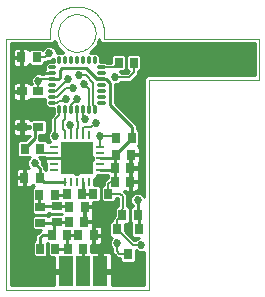
<source format=gtl>
G75*
%MOIN*%
%OFA0B0*%
%FSLAX24Y24*%
%IPPOS*%
%LPD*%
%AMOC8*
5,1,8,0,0,1.08239X$1,22.5*
%
%ADD10C,0.0000*%
%ADD11R,0.1063X0.1063*%
%ADD12R,0.0276X0.0098*%
%ADD13R,0.0098X0.0276*%
%ADD14R,0.0276X0.0354*%
%ADD15R,0.0354X0.0276*%
%ADD16R,0.0343X0.0307*%
%ADD17R,0.0500X0.1000*%
%ADD18R,0.0315X0.0354*%
%ADD19C,0.0118*%
%ADD20C,0.0100*%
%ADD21C,0.0160*%
%ADD22C,0.0270*%
%ADD23C,0.0080*%
D10*
X007150Y007500D02*
X007150Y015875D01*
X008619Y015875D01*
X008619Y016168D01*
X008619Y016169D02*
X008622Y016222D01*
X008629Y016275D01*
X008639Y016328D01*
X008652Y016380D01*
X008670Y016431D01*
X008690Y016480D01*
X008714Y016528D01*
X008742Y016574D01*
X008772Y016618D01*
X008805Y016660D01*
X008841Y016700D01*
X008880Y016737D01*
X008921Y016772D01*
X008964Y016803D01*
X009010Y016832D01*
X009057Y016857D01*
X009106Y016879D01*
X009156Y016898D01*
X009207Y016913D01*
X009260Y016925D01*
X009313Y016933D01*
X009366Y016937D01*
X009420Y016938D01*
X009419Y016938D02*
X009556Y016938D01*
X009555Y016938D02*
X009612Y016937D01*
X009668Y016932D01*
X009724Y016924D01*
X009780Y016911D01*
X009834Y016895D01*
X009887Y016875D01*
X009938Y016852D01*
X009988Y016825D01*
X010036Y016795D01*
X010082Y016762D01*
X010125Y016725D01*
X010166Y016686D01*
X010204Y016644D01*
X010239Y016600D01*
X010271Y016553D01*
X010300Y016504D01*
X010325Y016454D01*
X010347Y016401D01*
X010365Y016348D01*
X010379Y016293D01*
X010390Y016237D01*
X010397Y016181D01*
X010400Y016125D01*
X010400Y016124D02*
X010400Y015875D01*
X015584Y015875D01*
X015584Y014503D01*
X011900Y014503D01*
X011900Y014250D01*
X011898Y007500D01*
X007150Y007500D01*
X008875Y016064D02*
X008877Y016114D01*
X008883Y016163D01*
X008893Y016212D01*
X008906Y016259D01*
X008924Y016306D01*
X008945Y016351D01*
X008969Y016394D01*
X008997Y016435D01*
X009028Y016474D01*
X009062Y016510D01*
X009099Y016544D01*
X009139Y016574D01*
X009180Y016601D01*
X009224Y016625D01*
X009269Y016645D01*
X009316Y016661D01*
X009364Y016674D01*
X009413Y016683D01*
X009463Y016688D01*
X009512Y016689D01*
X009562Y016686D01*
X009611Y016679D01*
X009660Y016668D01*
X009707Y016654D01*
X009753Y016635D01*
X009798Y016613D01*
X009841Y016588D01*
X009881Y016559D01*
X009919Y016527D01*
X009955Y016493D01*
X009988Y016455D01*
X010017Y016415D01*
X010043Y016373D01*
X010066Y016329D01*
X010085Y016283D01*
X010101Y016236D01*
X010113Y016187D01*
X010121Y016138D01*
X010125Y016089D01*
X010125Y016039D01*
X010121Y015990D01*
X010113Y015941D01*
X010101Y015892D01*
X010085Y015845D01*
X010066Y015799D01*
X010043Y015755D01*
X010017Y015713D01*
X009988Y015673D01*
X009955Y015635D01*
X009919Y015601D01*
X009881Y015569D01*
X009841Y015540D01*
X009798Y015515D01*
X009753Y015493D01*
X009707Y015474D01*
X009660Y015460D01*
X009611Y015449D01*
X009562Y015442D01*
X009512Y015439D01*
X009463Y015440D01*
X009413Y015445D01*
X009364Y015454D01*
X009316Y015467D01*
X009269Y015483D01*
X009224Y015503D01*
X009180Y015527D01*
X009139Y015554D01*
X009099Y015584D01*
X009062Y015618D01*
X009028Y015654D01*
X008997Y015693D01*
X008969Y015734D01*
X008945Y015777D01*
X008924Y015822D01*
X008906Y015869D01*
X008893Y015916D01*
X008883Y015965D01*
X008877Y016014D01*
X008875Y016064D01*
D11*
X009505Y011883D03*
D12*
X008730Y011883D03*
X008730Y012080D03*
X008730Y012277D03*
X008730Y011686D03*
X008730Y011489D03*
X010281Y011489D03*
X010281Y011686D03*
X010281Y011883D03*
X010281Y012080D03*
X010281Y012277D03*
D13*
X009899Y012658D03*
X009702Y012658D03*
X009505Y012658D03*
X009308Y012658D03*
X009112Y012658D03*
X009112Y011107D03*
X009308Y011107D03*
X009505Y011107D03*
X009702Y011107D03*
X009899Y011107D03*
D14*
X010043Y010708D03*
X009686Y010703D03*
X009767Y010267D03*
X009750Y009778D03*
X009553Y009320D03*
X009176Y009339D03*
X009238Y009778D03*
X009255Y010267D03*
X009174Y010703D03*
X008758Y010675D03*
X008246Y010675D03*
X008259Y011243D03*
X007747Y011243D03*
X007765Y012202D03*
X008276Y012202D03*
X010555Y010708D03*
X010773Y011101D03*
X010776Y011563D03*
X010793Y012008D03*
X011305Y012008D03*
X011288Y011563D03*
X011285Y011101D03*
X011531Y010000D03*
X011019Y010000D03*
X010065Y009320D03*
X009722Y008870D03*
X009210Y008870D03*
X008786Y008873D03*
X008274Y008873D03*
X008664Y009339D03*
X010820Y012576D03*
X011332Y012576D03*
X011402Y015076D03*
X010890Y015076D03*
X008156Y015250D03*
X007644Y015250D03*
D15*
X008280Y010253D03*
X008823Y010282D03*
X008823Y009770D03*
X008280Y009742D03*
D16*
X008216Y012922D03*
X007681Y012922D03*
X007681Y014115D03*
X008216Y014115D03*
D17*
X009145Y008118D03*
X009716Y008123D03*
X010285Y008118D03*
D18*
X011211Y008694D03*
X010837Y009521D03*
X011585Y009521D03*
D19*
X010089Y013432D02*
X010089Y013590D01*
X009892Y013590D02*
X009892Y013432D01*
X009695Y013432D02*
X009695Y013590D01*
X009498Y013590D02*
X009498Y013432D01*
X009302Y013432D02*
X009302Y013590D01*
X009105Y013590D02*
X009105Y013432D01*
X008908Y013432D02*
X008908Y013590D01*
X008751Y013747D02*
X008593Y013747D01*
X008593Y013944D02*
X008751Y013944D01*
X008751Y014141D02*
X008593Y014141D01*
X008593Y014338D02*
X008751Y014338D01*
X008751Y014535D02*
X008593Y014535D01*
X008593Y014732D02*
X008751Y014732D01*
X008751Y014928D02*
X008593Y014928D01*
X008908Y015086D02*
X008908Y015244D01*
X009105Y015244D02*
X009105Y015086D01*
X009302Y015086D02*
X009302Y015244D01*
X009498Y015244D02*
X009498Y015086D01*
X009695Y015086D02*
X009695Y015244D01*
X009892Y015244D02*
X009892Y015086D01*
X010089Y015086D02*
X010089Y015244D01*
X010246Y014928D02*
X010404Y014928D01*
X010404Y014732D02*
X010246Y014732D01*
X010246Y014535D02*
X010404Y014535D01*
X010404Y014338D02*
X010246Y014338D01*
X010246Y014141D02*
X010404Y014141D01*
X010404Y013944D02*
X010246Y013944D01*
X010246Y013747D02*
X010404Y013747D01*
D20*
X010604Y013671D02*
X010604Y014409D01*
X010478Y014535D01*
X010325Y014535D01*
X010172Y014535D01*
X009808Y014899D01*
X009011Y014899D01*
X008950Y014838D01*
X008950Y014593D01*
X008889Y014531D01*
X008675Y014531D01*
X008672Y014535D01*
X008672Y014732D02*
X008384Y014732D01*
X008672Y014732D01*
X008672Y014732D01*
X008424Y014858D02*
X008398Y014812D01*
X008384Y014759D01*
X008384Y014732D01*
X008384Y014704D01*
X008389Y014685D01*
X008337Y014685D01*
X008264Y014715D01*
X008166Y014715D01*
X008076Y014678D01*
X008007Y014609D01*
X007970Y014519D01*
X007970Y014421D01*
X007991Y014371D01*
X007975Y014355D01*
X007972Y014361D01*
X007944Y014389D01*
X007910Y014408D01*
X007872Y014419D01*
X007707Y014419D01*
X007707Y014142D01*
X007654Y014142D01*
X007654Y014419D01*
X007490Y014419D01*
X007451Y014408D01*
X007417Y014389D01*
X007389Y014361D01*
X007369Y014327D01*
X007359Y014288D01*
X007359Y014142D01*
X007654Y014142D01*
X007654Y014088D01*
X007707Y014088D01*
X007707Y013812D01*
X007872Y013812D01*
X007910Y013822D01*
X007944Y013842D01*
X007972Y013870D01*
X007975Y013875D01*
X007999Y013852D01*
X008433Y013852D01*
X008440Y013858D01*
X008452Y013846D01*
X008424Y013817D01*
X008424Y013677D01*
X008523Y013578D01*
X008739Y013578D01*
X008739Y013368D01*
X008704Y013334D01*
X008616Y013246D01*
X008616Y012813D01*
X008567Y012764D01*
X008530Y012674D01*
X008530Y012576D01*
X008567Y012486D01*
X008618Y012436D01*
X008546Y012436D01*
X008524Y012414D01*
X008524Y012425D01*
X008536Y012425D01*
X008524Y012425D02*
X008460Y012489D01*
X008237Y012489D01*
X008252Y012505D01*
X008252Y012659D01*
X008433Y012659D01*
X008497Y012723D01*
X008497Y013121D01*
X008433Y013186D01*
X007999Y013186D01*
X007975Y013162D01*
X007972Y013168D01*
X007944Y013196D01*
X007910Y013216D01*
X007872Y013226D01*
X007707Y013226D01*
X007707Y012949D01*
X007654Y012949D01*
X007654Y013226D01*
X007490Y013226D01*
X007451Y013216D01*
X007417Y013196D01*
X007389Y013168D01*
X007369Y013134D01*
X007359Y013096D01*
X007359Y012949D01*
X007654Y012949D01*
X007654Y012895D01*
X007707Y012895D01*
X007707Y012619D01*
X007872Y012619D01*
X007910Y012629D01*
X007933Y012642D01*
X007933Y012638D01*
X007784Y012489D01*
X007581Y012489D01*
X007517Y012425D01*
X007300Y012425D01*
X007300Y012327D02*
X007517Y012327D01*
X007517Y012425D02*
X007517Y011979D01*
X007581Y011915D01*
X007947Y011915D01*
X007885Y011853D01*
X007848Y011762D01*
X007848Y011665D01*
X007885Y011575D01*
X007890Y011570D01*
X007766Y011570D01*
X007766Y011262D01*
X007729Y011262D01*
X007729Y011570D01*
X007590Y011570D01*
X007552Y011560D01*
X007518Y011540D01*
X007490Y011512D01*
X007470Y011478D01*
X007460Y011440D01*
X007300Y011440D01*
X007300Y011342D02*
X007460Y011342D01*
X007460Y011262D02*
X007729Y011262D01*
X007729Y011224D01*
X007766Y011224D01*
X007766Y010915D01*
X007905Y010915D01*
X007943Y010926D01*
X007977Y010945D01*
X008005Y010973D01*
X008025Y011007D01*
X008069Y010962D01*
X008063Y010962D01*
X007999Y010897D01*
X007999Y010452D01*
X008003Y010447D01*
X007993Y010437D01*
X007993Y010070D01*
X008057Y010006D01*
X008503Y010006D01*
X008566Y010069D01*
X008600Y010034D01*
X009017Y010034D01*
X009021Y010031D01*
X009008Y010018D01*
X008600Y010018D01*
X008537Y009955D01*
X008503Y009989D01*
X008057Y009989D01*
X007993Y009925D01*
X007993Y009558D01*
X008057Y009494D01*
X008300Y009494D01*
X008214Y009407D01*
X008120Y009314D01*
X008120Y009160D01*
X008091Y009160D01*
X008026Y009095D01*
X008026Y008650D01*
X008091Y008585D01*
X008457Y008585D01*
X008522Y008650D01*
X008522Y009052D01*
X008538Y009052D01*
X008538Y008650D01*
X008603Y008585D01*
X008745Y008585D01*
X008745Y008167D01*
X009095Y008167D01*
X009095Y008068D01*
X008745Y008068D01*
X008745Y007650D01*
X007300Y007650D01*
X007300Y015725D01*
X008681Y015725D01*
X008766Y015810D01*
X008843Y015625D01*
X009055Y015412D01*
X009035Y015412D01*
X009006Y015384D01*
X008978Y015412D01*
X008838Y015412D01*
X008827Y015402D01*
X008827Y015437D01*
X008790Y015528D01*
X008721Y015596D01*
X008631Y015634D01*
X008534Y015634D01*
X008444Y015596D01*
X008375Y015528D01*
X008367Y015509D01*
X008339Y015537D01*
X007973Y015537D01*
X007921Y015486D01*
X007902Y015519D01*
X007874Y015547D01*
X007840Y015567D01*
X007802Y015577D01*
X008424Y015577D01*
X008741Y015577D02*
X008891Y015577D01*
X008822Y015676D02*
X007300Y015676D01*
X007300Y015577D02*
X007486Y015577D01*
X007487Y015577D02*
X007448Y015567D01*
X007414Y015547D01*
X007386Y015519D01*
X007367Y015485D01*
X007356Y015447D01*
X007356Y015269D01*
X007625Y015269D01*
X007625Y015231D01*
X007356Y015231D01*
X007356Y015053D01*
X007367Y015015D01*
X007386Y014981D01*
X007414Y014953D01*
X007448Y014933D01*
X007487Y014923D01*
X007625Y014923D01*
X007625Y015231D01*
X007663Y015231D01*
X007663Y014923D01*
X007802Y014923D01*
X007840Y014933D01*
X007874Y014953D01*
X007902Y014981D01*
X007921Y015014D01*
X007973Y014963D01*
X008339Y014963D01*
X008404Y015027D01*
X008404Y015100D01*
X008506Y015100D01*
X008550Y015144D01*
X008631Y015144D01*
X008721Y015181D01*
X008739Y015199D01*
X008739Y015097D01*
X008523Y015097D01*
X008424Y014998D01*
X008424Y014858D01*
X008424Y014858D01*
X008424Y014888D02*
X007300Y014888D01*
X007300Y014986D02*
X007383Y014986D01*
X007356Y015085D02*
X007300Y015085D01*
X007300Y015183D02*
X007356Y015183D01*
X007356Y015282D02*
X007300Y015282D01*
X007300Y015380D02*
X007356Y015380D01*
X007365Y015479D02*
X007300Y015479D01*
X007487Y015577D02*
X007625Y015577D01*
X007663Y015577D01*
X007663Y015269D01*
X007625Y015269D01*
X007625Y015577D01*
X007663Y015577D02*
X007802Y015577D01*
X007663Y015479D02*
X007625Y015479D01*
X007625Y015380D02*
X007663Y015380D01*
X007663Y015282D02*
X007625Y015282D01*
X007625Y015183D02*
X007663Y015183D01*
X007663Y015085D02*
X007625Y015085D01*
X007625Y014986D02*
X007663Y014986D01*
X007905Y014986D02*
X007949Y014986D01*
X008107Y014691D02*
X007300Y014691D01*
X007300Y014789D02*
X008392Y014789D01*
X008387Y014691D02*
X008323Y014691D01*
X008362Y014986D02*
X008424Y014986D01*
X008404Y015085D02*
X008510Y015085D01*
X008723Y015183D02*
X008739Y015183D01*
X008811Y015479D02*
X008989Y015479D01*
X008781Y015774D02*
X008730Y015774D01*
X009945Y015412D02*
X010157Y015625D01*
X010250Y015849D01*
X010250Y015813D01*
X010338Y015725D01*
X015434Y015725D01*
X015434Y014652D01*
X011838Y014652D01*
X011750Y014565D01*
X011750Y014249D01*
X011749Y010600D01*
X011733Y010639D01*
X011664Y010708D01*
X011574Y010745D01*
X011476Y010745D01*
X011386Y010708D01*
X011317Y010639D01*
X011280Y010549D01*
X011280Y010451D01*
X011317Y010361D01*
X011365Y010314D01*
X011365Y010287D01*
X011348Y010287D01*
X011283Y010223D01*
X011283Y009777D01*
X011318Y009743D01*
X011318Y009298D01*
X011382Y009234D01*
X011575Y009234D01*
X011511Y009208D01*
X011454Y009150D01*
X011421Y009150D01*
X011105Y009466D01*
X011105Y009713D01*
X011202Y009713D01*
X011267Y009777D01*
X011267Y010223D01*
X011202Y010287D01*
X011174Y010287D01*
X011174Y010318D01*
X011175Y010319D01*
X011175Y010380D01*
X011176Y010441D01*
X011175Y010442D01*
X011175Y010687D01*
X011087Y010775D01*
X011063Y010799D01*
X011090Y010784D01*
X011128Y010774D01*
X011266Y010774D01*
X011266Y011082D01*
X011304Y011082D01*
X011304Y010774D01*
X011443Y010774D01*
X011481Y010784D01*
X011515Y010804D01*
X011543Y010832D01*
X011563Y010866D01*
X011573Y010904D01*
X011573Y011082D01*
X011304Y011082D01*
X011304Y011120D01*
X011266Y011120D01*
X011266Y011236D01*
X011269Y011236D01*
X011269Y011544D01*
X011307Y011544D01*
X011307Y011582D01*
X011576Y011582D01*
X011576Y011760D01*
X011583Y011772D01*
X011593Y011811D01*
X011593Y011989D01*
X011324Y011989D01*
X011324Y012026D01*
X011593Y012026D01*
X011593Y012204D01*
X011583Y012243D01*
X011563Y012277D01*
X011535Y012305D01*
X011533Y012306D01*
X011579Y012353D01*
X011579Y012799D01*
X011515Y012863D01*
X011492Y012863D01*
X011492Y013010D01*
X010764Y013738D01*
X010764Y014348D01*
X010836Y014348D01*
X010926Y014385D01*
X010984Y014443D01*
X011305Y014443D01*
X011462Y014600D01*
X011550Y014688D01*
X011550Y014789D01*
X015434Y014789D01*
X015434Y014691D02*
X011550Y014691D01*
X011550Y014789D02*
X011586Y014789D01*
X011650Y014854D01*
X011650Y015299D01*
X011586Y015363D01*
X011219Y015363D01*
X011154Y015299D01*
X011154Y014854D01*
X011219Y014789D01*
X011227Y014789D01*
X011180Y014742D01*
X010984Y014742D01*
X010937Y014789D01*
X011074Y014789D01*
X011138Y014854D01*
X011138Y015299D01*
X011074Y015363D01*
X010707Y015363D01*
X010643Y015299D01*
X010643Y015078D01*
X010493Y015078D01*
X010474Y015097D01*
X010258Y015097D01*
X010258Y015313D01*
X010159Y015412D01*
X010019Y015412D01*
X009991Y015384D01*
X009962Y015412D01*
X009945Y015412D01*
X010011Y015479D02*
X015434Y015479D01*
X015434Y015577D02*
X010109Y015577D01*
X010178Y015676D02*
X015434Y015676D01*
X015434Y015380D02*
X010191Y015380D01*
X010258Y015282D02*
X010643Y015282D01*
X010643Y015183D02*
X010258Y015183D01*
X010487Y015085D02*
X010643Y015085D01*
X010937Y014789D02*
X011227Y014789D01*
X011154Y014888D02*
X011138Y014888D01*
X011138Y014986D02*
X011154Y014986D01*
X011154Y015085D02*
X011138Y015085D01*
X011138Y015183D02*
X011154Y015183D01*
X011154Y015282D02*
X011138Y015282D01*
X011650Y015282D02*
X015434Y015282D01*
X015434Y015183D02*
X011650Y015183D01*
X011650Y015085D02*
X015434Y015085D01*
X015434Y014986D02*
X011650Y014986D01*
X011650Y014888D02*
X015434Y014888D01*
X011777Y014592D02*
X011454Y014592D01*
X011356Y014494D02*
X011750Y014494D01*
X011750Y014395D02*
X010936Y014395D01*
X010764Y014297D02*
X011750Y014297D01*
X011750Y014198D02*
X010764Y014198D01*
X010764Y014100D02*
X011750Y014100D01*
X011750Y014001D02*
X010764Y014001D01*
X010764Y013903D02*
X011750Y013903D01*
X011750Y013804D02*
X010764Y013804D01*
X010796Y013706D02*
X011750Y013706D01*
X011750Y013607D02*
X010894Y013607D01*
X010993Y013509D02*
X011750Y013509D01*
X011750Y013410D02*
X011091Y013410D01*
X011190Y013312D02*
X011750Y013312D01*
X011750Y013213D02*
X011288Y013213D01*
X011387Y013115D02*
X011750Y013115D01*
X011750Y013016D02*
X011485Y013016D01*
X011492Y012918D02*
X011750Y012918D01*
X011750Y012819D02*
X011559Y012819D01*
X011579Y012721D02*
X011750Y012721D01*
X011750Y012622D02*
X011579Y012622D01*
X011579Y012524D02*
X011749Y012524D01*
X011749Y012425D02*
X011579Y012425D01*
X011553Y012327D02*
X011749Y012327D01*
X011749Y012228D02*
X011587Y012228D01*
X011593Y012130D02*
X011749Y012130D01*
X011749Y012031D02*
X011593Y012031D01*
X011593Y011933D02*
X011749Y011933D01*
X011749Y011834D02*
X011593Y011834D01*
X011576Y011736D02*
X011749Y011736D01*
X011749Y011637D02*
X011576Y011637D01*
X011576Y011544D02*
X011307Y011544D01*
X011307Y011428D01*
X011304Y011428D01*
X011304Y011120D01*
X011573Y011120D01*
X011573Y011298D01*
X011565Y011328D01*
X011565Y011328D01*
X011576Y011366D01*
X011576Y011544D01*
X011576Y011539D02*
X011749Y011539D01*
X011749Y011440D02*
X011576Y011440D01*
X011569Y011342D02*
X011749Y011342D01*
X011749Y011243D02*
X011573Y011243D01*
X011573Y011145D02*
X011749Y011145D01*
X011749Y011046D02*
X011573Y011046D01*
X011573Y010948D02*
X011749Y010948D01*
X011749Y010849D02*
X011553Y010849D01*
X011749Y010751D02*
X011112Y010751D01*
X011175Y010652D02*
X011331Y010652D01*
X011282Y010554D02*
X011175Y010554D01*
X011175Y010455D02*
X011280Y010455D01*
X011322Y010357D02*
X011175Y010357D01*
X011232Y010258D02*
X011318Y010258D01*
X011283Y010160D02*
X011267Y010160D01*
X011267Y010061D02*
X011283Y010061D01*
X011283Y009963D02*
X011267Y009963D01*
X011267Y009864D02*
X011283Y009864D01*
X011295Y009766D02*
X011255Y009766D01*
X011318Y009667D02*
X011105Y009667D01*
X011105Y009569D02*
X011318Y009569D01*
X011318Y009470D02*
X011105Y009470D01*
X011199Y009372D02*
X011318Y009372D01*
X011298Y009273D02*
X011343Y009273D01*
X011396Y009175D02*
X011478Y009175D01*
X011585Y009521D02*
X011585Y009946D01*
X011531Y010000D01*
X011525Y010006D01*
X011525Y010500D01*
X011719Y010652D02*
X011749Y010652D01*
X011304Y010849D02*
X011266Y010849D01*
X011266Y010948D02*
X011304Y010948D01*
X011304Y011046D02*
X011266Y011046D01*
X011266Y011145D02*
X011304Y011145D01*
X011304Y011243D02*
X011269Y011243D01*
X011269Y011342D02*
X011304Y011342D01*
X011307Y011440D02*
X011269Y011440D01*
X011269Y011539D02*
X011307Y011539D01*
X011307Y011582D02*
X011269Y011582D01*
X011269Y011680D01*
X011286Y011680D01*
X011286Y011989D01*
X011324Y011989D01*
X011324Y011890D01*
X011307Y011890D01*
X011307Y011582D01*
X011307Y011637D02*
X011269Y011637D01*
X011286Y011736D02*
X011307Y011736D01*
X011307Y011834D02*
X011286Y011834D01*
X011286Y011933D02*
X011324Y011933D01*
X010793Y012008D02*
X010793Y012038D01*
X011332Y012576D01*
X011332Y012943D01*
X010604Y013671D01*
X009555Y012411D02*
X009455Y012411D01*
X009455Y011933D01*
X009455Y011833D01*
X009018Y011833D01*
X009018Y011883D01*
X008730Y011883D01*
X008730Y011883D01*
X009018Y011883D01*
X009018Y011933D01*
X009455Y011933D01*
X009555Y011933D01*
X009555Y012411D01*
X009555Y012327D02*
X009455Y012327D01*
X009455Y012228D02*
X009555Y012228D01*
X009555Y012130D02*
X009455Y012130D01*
X009455Y012031D02*
X009555Y012031D01*
X009555Y011933D02*
X010033Y011933D01*
X010033Y011833D01*
X009555Y011833D01*
X009555Y011355D01*
X009455Y011355D01*
X009455Y011833D01*
X009555Y011833D01*
X009555Y011933D01*
X010033Y011933D01*
X010033Y011834D02*
X009555Y011834D01*
X009555Y011736D02*
X009455Y011736D01*
X009455Y011834D02*
X009018Y011834D01*
X009018Y011933D02*
X009455Y011933D01*
X009455Y011637D02*
X009555Y011637D01*
X009555Y011539D02*
X009455Y011539D01*
X009455Y011440D02*
X009555Y011440D01*
X009702Y011107D02*
X009702Y010719D01*
X009686Y010703D01*
X009691Y010708D01*
X010043Y010708D01*
X010291Y010751D02*
X010307Y010751D01*
X010307Y010849D02*
X010291Y010849D01*
X010291Y010931D02*
X010291Y010486D01*
X010226Y010421D01*
X010055Y010421D01*
X010055Y010286D01*
X009786Y010286D01*
X009786Y010249D01*
X010055Y010249D01*
X010055Y010070D01*
X010044Y010032D01*
X010029Y010006D01*
X010037Y009975D01*
X010037Y009797D01*
X009768Y009797D01*
X009731Y009797D01*
X009731Y009940D01*
X009748Y009940D01*
X009748Y010248D01*
X009786Y010248D01*
X009786Y010105D01*
X009768Y010105D01*
X009768Y009797D01*
X009768Y009759D01*
X010037Y009759D01*
X010037Y009647D01*
X010046Y009647D01*
X010046Y009339D01*
X010083Y009339D01*
X010083Y009647D01*
X010222Y009647D01*
X010260Y009637D01*
X010294Y009618D01*
X010322Y009590D01*
X010342Y009555D01*
X010352Y009517D01*
X010352Y009339D01*
X010083Y009339D01*
X010083Y009301D01*
X010083Y008993D01*
X010222Y008993D01*
X010260Y009003D01*
X010294Y009023D01*
X010322Y009051D01*
X010342Y009085D01*
X010352Y009123D01*
X010352Y009301D01*
X010083Y009301D01*
X010046Y009301D01*
X010046Y008993D01*
X009970Y008993D01*
X009970Y008753D01*
X009977Y008757D01*
X010015Y008767D01*
X010235Y008767D01*
X010235Y008168D01*
X010335Y008168D01*
X010335Y008767D01*
X010555Y008767D01*
X010593Y008757D01*
X010627Y008738D01*
X010655Y008710D01*
X010675Y008675D01*
X010685Y008637D01*
X010685Y008167D01*
X010335Y008167D01*
X010335Y008068D01*
X010685Y008068D01*
X010685Y007650D01*
X011748Y007650D01*
X011748Y008776D01*
X011699Y008755D01*
X011601Y008755D01*
X011511Y008792D01*
X011479Y008825D01*
X011479Y008472D01*
X011414Y008407D01*
X011008Y008407D01*
X010944Y008472D01*
X010944Y008563D01*
X010848Y008563D01*
X010760Y008650D01*
X010686Y008724D01*
X010686Y008867D01*
X010629Y008925D01*
X010591Y009015D01*
X010591Y009112D01*
X010629Y009203D01*
X010660Y009234D01*
X010634Y009234D01*
X010570Y009298D01*
X010570Y009744D01*
X010634Y009808D01*
X010687Y009808D01*
X010687Y009880D01*
X010771Y009964D01*
X010771Y010223D01*
X010836Y010287D01*
X010874Y010287D01*
X010875Y010382D01*
X010875Y010558D01*
X010803Y010558D01*
X010803Y010486D01*
X010738Y010421D01*
X010371Y010421D01*
X010307Y010486D01*
X010307Y010931D01*
X010371Y010996D01*
X010393Y010996D01*
X010393Y011102D01*
X010480Y011190D01*
X010526Y011235D01*
X010526Y011324D01*
X010531Y011329D01*
X010215Y011329D01*
X010214Y011330D01*
X010186Y011330D01*
X010177Y011293D01*
X010157Y011259D01*
X010129Y011231D01*
X010095Y011212D01*
X010058Y011202D01*
X010058Y010996D01*
X010226Y010996D01*
X010291Y010931D01*
X010274Y010948D02*
X010323Y010948D01*
X010393Y011046D02*
X010058Y011046D01*
X010058Y011145D02*
X010435Y011145D01*
X010526Y011243D02*
X010141Y011243D01*
X010281Y011489D02*
X010776Y011489D01*
X010776Y011103D01*
X010773Y011101D01*
X010776Y011489D02*
X010776Y011563D01*
X010775Y011503D01*
X010775Y012000D01*
X010658Y011883D01*
X010281Y011883D01*
X010669Y011883D01*
X010793Y012008D01*
X010307Y010652D02*
X010291Y010652D01*
X010291Y010554D02*
X010307Y010554D01*
X010338Y010455D02*
X010260Y010455D01*
X010055Y010357D02*
X010875Y010357D01*
X010875Y010455D02*
X010772Y010455D01*
X010803Y010554D02*
X010875Y010554D01*
X010807Y010258D02*
X009786Y010258D01*
X009786Y010160D02*
X009748Y010160D01*
X009748Y010061D02*
X009768Y010061D01*
X009768Y009963D02*
X009748Y009963D01*
X009731Y009864D02*
X009768Y009864D01*
X009768Y009766D02*
X010591Y009766D01*
X010570Y009667D02*
X010037Y009667D01*
X010046Y009569D02*
X010083Y009569D01*
X010083Y009470D02*
X010046Y009470D01*
X010046Y009372D02*
X010083Y009372D01*
X010083Y009273D02*
X010046Y009273D01*
X010046Y009175D02*
X010083Y009175D01*
X010083Y009076D02*
X010046Y009076D01*
X009970Y008978D02*
X010607Y008978D01*
X010591Y009076D02*
X010337Y009076D01*
X010352Y009175D02*
X010617Y009175D01*
X010595Y009273D02*
X010352Y009273D01*
X010352Y009372D02*
X010570Y009372D01*
X010570Y009470D02*
X010352Y009470D01*
X010335Y009569D02*
X010570Y009569D01*
X010687Y009864D02*
X010037Y009864D01*
X010037Y009963D02*
X010769Y009963D01*
X010771Y010061D02*
X010052Y010061D01*
X010055Y010160D02*
X010771Y010160D01*
X009553Y009320D02*
X009534Y009339D01*
X009176Y009339D01*
X009176Y008905D01*
X009210Y008870D01*
X009208Y008873D01*
X008786Y008873D01*
X008538Y008879D02*
X008522Y008879D01*
X008522Y008781D02*
X008538Y008781D01*
X008538Y008682D02*
X008522Y008682D01*
X008745Y008584D02*
X007300Y008584D01*
X007300Y008682D02*
X008026Y008682D01*
X008026Y008781D02*
X007300Y008781D01*
X007300Y008879D02*
X008026Y008879D01*
X008026Y008978D02*
X007300Y008978D01*
X007300Y009076D02*
X008026Y009076D01*
X008120Y009175D02*
X007300Y009175D01*
X007300Y009273D02*
X008120Y009273D01*
X008178Y009372D02*
X007300Y009372D01*
X007300Y009470D02*
X008276Y009470D01*
X008372Y009339D02*
X008280Y009248D01*
X008280Y008878D01*
X008274Y008873D01*
X008522Y008978D02*
X008538Y008978D01*
X008664Y009339D02*
X008372Y009339D01*
X008664Y009339D02*
X008664Y009345D01*
X008694Y009375D01*
X008755Y009375D01*
X008755Y009702D01*
X008823Y009770D01*
X008794Y009742D01*
X008280Y009742D01*
X008530Y009963D02*
X008545Y009963D01*
X008558Y010061D02*
X008574Y010061D01*
X008823Y010282D02*
X008309Y010282D01*
X008280Y010253D01*
X008239Y010295D01*
X008246Y010675D01*
X007999Y010652D02*
X007300Y010652D01*
X007300Y010554D02*
X007999Y010554D01*
X007999Y010455D02*
X007300Y010455D01*
X007300Y010357D02*
X007993Y010357D01*
X007993Y010258D02*
X007300Y010258D01*
X007300Y010160D02*
X007993Y010160D01*
X008002Y010061D02*
X007300Y010061D01*
X007300Y009963D02*
X008030Y009963D01*
X007993Y009864D02*
X007300Y009864D01*
X007300Y009766D02*
X007993Y009766D01*
X007993Y009667D02*
X007300Y009667D01*
X007300Y009569D02*
X007993Y009569D01*
X008823Y009770D02*
X008830Y009778D01*
X009238Y009778D01*
X009255Y010267D02*
X009240Y010282D01*
X008823Y010282D01*
X008758Y010675D02*
X009146Y010675D01*
X009174Y010703D01*
X009149Y010652D01*
X009112Y011107D02*
X008395Y011107D01*
X008259Y011243D01*
X008259Y011547D01*
X008093Y011714D01*
X008337Y011695D02*
X008419Y011613D01*
X008419Y011530D01*
X008443Y011530D01*
X008482Y011491D01*
X008482Y011584D01*
X008486Y011588D01*
X008482Y011591D01*
X008482Y011732D01*
X008472Y011742D01*
X008452Y011776D01*
X008442Y011814D01*
X008442Y011883D01*
X008730Y011883D01*
X008730Y011883D01*
X008442Y011883D01*
X008442Y011915D01*
X008238Y011915D01*
X008300Y011853D01*
X008337Y011762D01*
X008337Y011695D01*
X008337Y011736D02*
X008478Y011736D01*
X008482Y011637D02*
X008396Y011637D01*
X008419Y011539D02*
X008482Y011539D01*
X008442Y011834D02*
X008308Y011834D01*
X007877Y011834D02*
X007300Y011834D01*
X007300Y011736D02*
X007848Y011736D01*
X007859Y011637D02*
X007300Y011637D01*
X007300Y011539D02*
X007516Y011539D01*
X007460Y011440D02*
X007460Y011262D01*
X007460Y011224D02*
X007460Y011046D01*
X007300Y011046D01*
X007300Y010948D02*
X007515Y010948D01*
X007518Y010945D02*
X007552Y010926D01*
X007590Y010915D01*
X007729Y010915D01*
X007729Y011224D01*
X007460Y011224D01*
X007460Y011145D02*
X007300Y011145D01*
X007300Y011243D02*
X007729Y011243D01*
X007729Y011145D02*
X007766Y011145D01*
X007766Y011046D02*
X007729Y011046D01*
X007729Y010948D02*
X007766Y010948D01*
X007979Y010948D02*
X008049Y010948D01*
X007999Y010849D02*
X007300Y010849D01*
X007300Y010751D02*
X007999Y010751D01*
X007518Y010945D02*
X007490Y010973D01*
X007470Y011008D01*
X007460Y011046D01*
X007729Y011342D02*
X007766Y011342D01*
X007766Y011440D02*
X007729Y011440D01*
X007729Y011539D02*
X007766Y011539D01*
X007564Y011933D02*
X007300Y011933D01*
X007300Y012031D02*
X007517Y012031D01*
X007517Y012130D02*
X007300Y012130D01*
X007300Y012228D02*
X007517Y012228D01*
X007765Y012243D02*
X008093Y012571D01*
X008093Y012799D01*
X008216Y012922D01*
X007935Y012918D02*
X007707Y012918D01*
X007707Y012895D02*
X007935Y012895D01*
X007935Y012949D01*
X007707Y012949D01*
X007707Y012895D01*
X007654Y012895D02*
X007654Y012619D01*
X007490Y012619D01*
X007451Y012629D01*
X007417Y012649D01*
X007389Y012677D01*
X007369Y012711D01*
X007359Y012749D01*
X007359Y012895D01*
X007654Y012895D01*
X007654Y012918D02*
X007300Y012918D01*
X007300Y013016D02*
X007359Y013016D01*
X007364Y013115D02*
X007300Y013115D01*
X007300Y013213D02*
X007447Y013213D01*
X007300Y013312D02*
X008682Y013312D01*
X008739Y013410D02*
X007300Y013410D01*
X007300Y013509D02*
X008739Y013509D01*
X008494Y013607D02*
X007300Y013607D01*
X007300Y013706D02*
X008424Y013706D01*
X008424Y013804D02*
X007300Y013804D01*
X007300Y013903D02*
X007370Y013903D01*
X007369Y013904D02*
X007389Y013870D01*
X007417Y013842D01*
X007451Y013822D01*
X007490Y013812D01*
X007654Y013812D01*
X007654Y014088D01*
X007359Y014088D01*
X007359Y013942D01*
X007369Y013904D01*
X007359Y014001D02*
X007300Y014001D01*
X007300Y014100D02*
X007654Y014100D01*
X007654Y014198D02*
X007707Y014198D01*
X007707Y014297D02*
X007654Y014297D01*
X007654Y014395D02*
X007707Y014395D01*
X007933Y014395D02*
X007981Y014395D01*
X007970Y014494D02*
X007300Y014494D01*
X007300Y014592D02*
X008000Y014592D01*
X007428Y014395D02*
X007300Y014395D01*
X007300Y014297D02*
X007361Y014297D01*
X007359Y014198D02*
X007300Y014198D01*
X007654Y014001D02*
X007707Y014001D01*
X007707Y013903D02*
X007654Y013903D01*
X007654Y013213D02*
X007707Y013213D01*
X007707Y013115D02*
X007654Y013115D01*
X007654Y013016D02*
X007707Y013016D01*
X007707Y012819D02*
X007654Y012819D01*
X007654Y012721D02*
X007707Y012721D01*
X007707Y012622D02*
X007654Y012622D01*
X007477Y012622D02*
X007300Y012622D01*
X007300Y012524D02*
X007818Y012524D01*
X007884Y012622D02*
X007917Y012622D01*
X008252Y012622D02*
X008530Y012622D01*
X008549Y012721D02*
X008495Y012721D01*
X008497Y012819D02*
X008616Y012819D01*
X008616Y012918D02*
X008497Y012918D01*
X008497Y013016D02*
X008616Y013016D01*
X008616Y013115D02*
X008497Y013115D01*
X008616Y013213D02*
X007914Y013213D01*
X007359Y012819D02*
X007300Y012819D01*
X007300Y012721D02*
X007367Y012721D01*
X007765Y012243D02*
X007765Y012202D01*
X008252Y012524D02*
X008552Y012524D01*
X010219Y015774D02*
X010289Y015774D01*
X009970Y008879D02*
X010675Y008879D01*
X010686Y008781D02*
X009970Y008781D01*
X010235Y008682D02*
X010335Y008682D01*
X010335Y008584D02*
X010235Y008584D01*
X010235Y008485D02*
X010335Y008485D01*
X010335Y008387D02*
X010235Y008387D01*
X010235Y008288D02*
X010335Y008288D01*
X010335Y008190D02*
X010235Y008190D01*
X010335Y008091D02*
X011748Y008091D01*
X011748Y007993D02*
X010685Y007993D01*
X010685Y007894D02*
X011748Y007894D01*
X011748Y007796D02*
X010685Y007796D01*
X010685Y007697D02*
X011748Y007697D01*
X011748Y008190D02*
X010685Y008190D01*
X010685Y008288D02*
X011748Y008288D01*
X011748Y008387D02*
X010685Y008387D01*
X010685Y008485D02*
X010944Y008485D01*
X010827Y008584D02*
X010685Y008584D01*
X010671Y008682D02*
X010728Y008682D01*
X011479Y008682D02*
X011748Y008682D01*
X011748Y008584D02*
X011479Y008584D01*
X011479Y008485D02*
X011748Y008485D01*
X011540Y008781D02*
X011479Y008781D01*
X009722Y008870D02*
X009716Y008864D01*
X009716Y008123D01*
X009095Y008091D02*
X007300Y008091D01*
X007300Y007993D02*
X008745Y007993D01*
X008745Y007894D02*
X007300Y007894D01*
X007300Y007796D02*
X008745Y007796D01*
X008745Y007697D02*
X007300Y007697D01*
X007300Y008190D02*
X008745Y008190D01*
X008745Y008288D02*
X007300Y008288D01*
X007300Y008387D02*
X008745Y008387D01*
X008745Y008485D02*
X007300Y008485D01*
D21*
X009505Y011883D02*
X009308Y012080D01*
D22*
X009525Y011875D03*
X008775Y012625D03*
X009275Y013000D03*
X009775Y013186D03*
X010150Y013064D03*
X010275Y012625D03*
X009501Y013858D03*
X009134Y013858D03*
X009379Y014225D03*
X009195Y014536D03*
X009560Y014654D03*
X009746Y014348D03*
X010788Y014593D03*
X010400Y015500D03*
X008583Y015389D03*
X008215Y014470D03*
X008093Y011714D03*
X007478Y011740D03*
X007836Y010838D03*
X007836Y010526D03*
X007836Y010213D03*
X007836Y009651D03*
X007903Y009108D03*
X007905Y008774D03*
X008280Y008490D03*
X008343Y008124D03*
X008588Y007756D03*
X010159Y008898D03*
X010495Y009144D03*
X010434Y009511D03*
X010228Y009814D03*
X010220Y010248D03*
X010280Y011111D03*
X011525Y010500D03*
X011650Y009000D03*
X010836Y009064D03*
X013525Y015125D03*
D23*
X011402Y015076D02*
X011400Y015074D01*
X011400Y014750D01*
X011243Y014593D01*
X010788Y014593D01*
X010742Y014928D02*
X010890Y015076D01*
X010742Y014928D02*
X010325Y014928D01*
X010053Y014409D02*
X009808Y014654D01*
X009560Y014654D01*
X009746Y014348D02*
X009892Y014202D01*
X009892Y013511D01*
X009695Y013511D02*
X009695Y013266D01*
X009775Y013186D01*
X009746Y012939D02*
X009702Y012895D01*
X009702Y012658D01*
X009505Y012658D02*
X009501Y012878D01*
X009525Y012901D01*
X009525Y013125D01*
X009505Y013145D01*
X009505Y013443D01*
X009498Y013511D01*
X009302Y013511D02*
X009302Y013658D01*
X009501Y013858D01*
X009134Y013858D02*
X009073Y013796D01*
X008889Y013796D01*
X008840Y013747D01*
X008672Y013747D01*
X008672Y013944D02*
X008853Y013944D01*
X009134Y014225D01*
X009379Y014225D01*
X009195Y014536D02*
X008800Y014141D01*
X008672Y014141D01*
X008672Y014535D02*
X008280Y014535D01*
X008215Y014470D01*
X008216Y014469D01*
X008216Y014115D01*
X008215Y014116D01*
X008215Y014470D01*
X008156Y015250D02*
X008444Y015250D01*
X008583Y015389D01*
X010053Y014409D02*
X010053Y013674D01*
X010089Y013637D01*
X010089Y013511D01*
X010150Y013064D02*
X009964Y012939D01*
X009746Y012939D01*
X010275Y012625D02*
X010281Y012619D01*
X010777Y012619D01*
X010820Y012576D01*
X010281Y012619D02*
X010281Y012277D01*
X009308Y012658D02*
X009308Y012967D01*
X009275Y013000D01*
X009112Y012788D02*
X009025Y012875D01*
X009025Y013125D01*
X009112Y013212D01*
X009112Y013443D01*
X009105Y013511D01*
X008908Y013511D02*
X008908Y013325D01*
X008766Y013184D01*
X008766Y012634D01*
X008775Y012625D01*
X009112Y012658D02*
X009112Y012788D01*
X008730Y012080D02*
X008396Y012080D01*
X008276Y012202D01*
X010543Y011040D02*
X010543Y010721D01*
X010555Y010708D01*
X010942Y010708D01*
X011025Y010625D01*
X011025Y010381D01*
X011019Y010000D01*
X010837Y009818D01*
X010837Y009521D01*
X011358Y009000D01*
X011650Y009000D01*
X011211Y008694D02*
X011132Y008713D01*
X010910Y008713D01*
X010836Y008786D01*
X010836Y009064D01*
X011025Y008125D02*
X011018Y008118D01*
X010285Y008118D01*
X010543Y011040D02*
X010606Y011103D01*
X010776Y011103D01*
M02*

</source>
